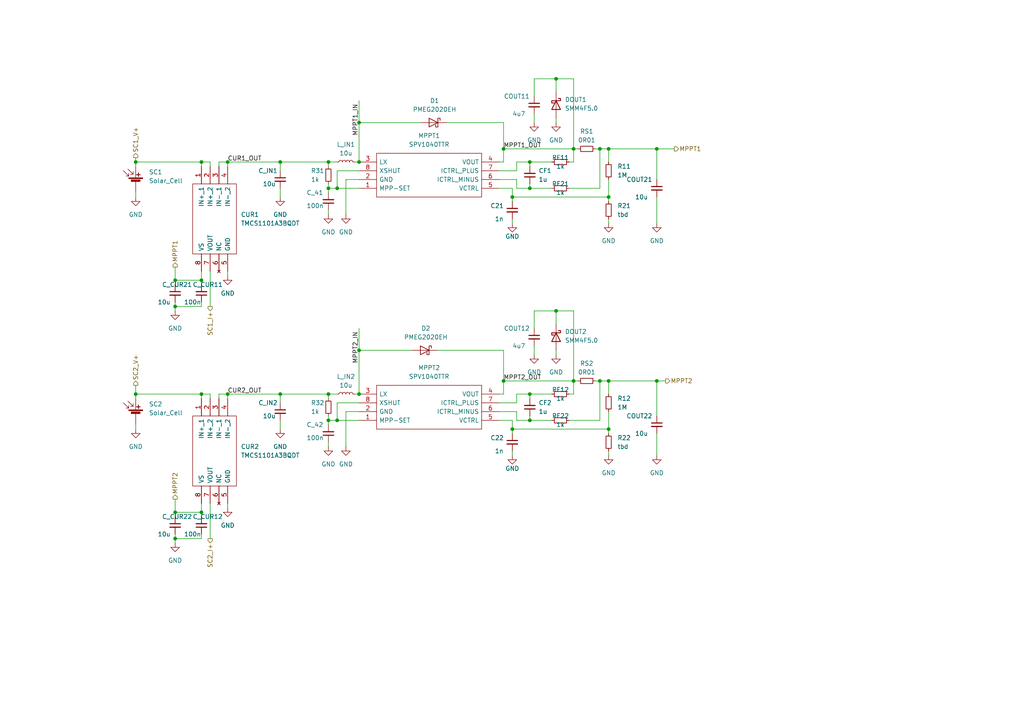
<source format=kicad_sch>
(kicad_sch (version 20211123) (generator eeschema)
  (paper "A4")
  (lib_symbols
    (symbol "Device:C_Small" (pin_numbers hide) (pin_names (offset 0.254) hide)
      (property "Reference" "C" (at 0.254 1.778 0))
      (property "Value" "C_Small" (at 0.254 -2.032 0))
      (symbol "C_Small_0_1"
        (polyline (pts (xy -1.524 -0.508) (xy 1.524 -0.508)) (stroke (width 0.3302)))
        (polyline (pts (xy -1.524 0.508) (xy 1.524 0.508)) (stroke (width 0.3048)))
      )
      (symbol "C_Small_1_1"
        (pin passive line (at 0 2.54 270) (length 2.032) (name "~") (number "1"))
        (pin passive line (at 0 -2.54 90) (length 2.032) (name "~") (number "2"))
      )
    )
    (symbol "Device:D_Schottky" (pin_numbers hide) (pin_names (offset 1.016) hide)
      (property "Reference" "D" (at 0 2.54 0))
      (property "Value" "D_Schottky" (at 0 -2.54 0))
      (symbol "D_Schottky_0_1"
        (polyline (pts (xy 1.27 0) (xy -1.27 0)))
        (polyline (pts (xy 1.27 1.27) (xy 1.27 -1.27) (xy -1.27 0) (xy 1.27 1.27)) (stroke (width 0.254)))
        (polyline (pts (xy -1.905 0.635) (xy -1.905 1.27) (xy -1.27 1.27) (xy -1.27 -1.27) (xy -0.635 -1.27) (xy -0.635 -0.635)) (stroke (width 0.254)))
      )
      (symbol "D_Schottky_1_1"
        (pin passive line (at -3.81 0 0) (length 2.54) (name "K") (number "1"))
        (pin passive line (at 3.81 0 180) (length 2.54) (name "A") (number "2"))
      )
    )
    (symbol "Device:L_Small" (pin_numbers hide) (pin_names (offset 0.254) hide)
      (property "Reference" "L" (at 0.762 1.016 0))
      (property "Value" "L_Small" (at 0.762 -1.016 0))
      (symbol "L_Small_0_1"
        (arc (start 0 -2.032) (mid 0.508 -1.524) (end 0 -1.016))
        (arc (start 0 -1.016) (mid 0.508 -0.508) (end 0 0))
        (arc (start 0 0) (mid 0.508 0.508) (end 0 1.016))
        (arc (start 0 1.016) (mid 0.508 1.524) (end 0 2.032))
      )
      (symbol "L_Small_1_1"
        (pin passive line (at 0 2.54 270) (length 0.508) (name "~") (number "1"))
        (pin passive line (at 0 -2.54 90) (length 0.508) (name "~") (number "2"))
      )
    )
    (symbol "Device:R_Small" (pin_numbers hide) (pin_names (offset 0.254) hide)
      (property "Reference" "R" (at 0.762 0.508 0))
      (property "Value" "R_Small" (at 0.762 -1.016 0))
      (symbol "R_Small_0_1"
        (rectangle (start -0.762 1.778) (end 0.762 -1.778) (stroke (width 0.2032)))
      )
      (symbol "R_Small_1_1"
        (pin passive line (at 0 2.54 270) (length 0.762) (name "~") (number "1"))
        (pin passive line (at 0 -2.54 90) (length 0.762) (name "~") (number "2"))
      )
    )
    (symbol "Device:Solar_Cell" (pin_numbers hide) (pin_names (offset 0) hide)
      (property "Reference" "SC" (at 2.54 2.54 0))
      (property "Value" "Solar_Cell" (at 2.54 0 0))
      (symbol "Solar_Cell_0_1"
        (rectangle (start -2.032 1.778) (end 2.032 1.524) (fill (type outline)))
        (rectangle (start -1.3208 1.1938) (end 1.27 0.6858) (fill (type outline)))
        (polyline (pts (xy -2.032 2.286) (xy -3.556 3.81)))
        (polyline (pts (xy -0.762 2.794) (xy -2.286 4.318)))
        (polyline (pts (xy 0 0.762) (xy 0 0)))
        (polyline (pts (xy 0 1.778) (xy 0 2.54)))
        (polyline (pts (xy 0.254 2.667) (xy 1.27 2.667)) (stroke (width 0.254)))
        (polyline (pts (xy 0.762 3.175) (xy 0.762 2.159)) (stroke (width 0.254)))
        (polyline (pts (xy -2.032 3.048) (xy -2.032 2.286) (xy -2.794 2.286)))
        (polyline (pts (xy -0.762 3.556) (xy -0.762 2.794) (xy -1.524 2.794)))
      )
      (symbol "Solar_Cell_1_1"
        (pin passive line (at 0 5.08 270) (length 2.54) (name "+") (number "1"))
        (pin passive line (at 0 -2.54 90) (length 2.54) (name "-") (number "2"))
      )
    )
    (symbol "Diode:PMEG2020EH" (pin_numbers hide) (pin_names hide)
      (property "Reference" "D" (at 0 2.54 0))
      (property "Value" "PMEG2020EH" (at 0 -2.54 0))
      (symbol "PMEG2020EH_0_1"
        (polyline (pts (xy 1.27 0) (xy -1.27 0)))
        (polyline (pts (xy 1.27 1.27) (xy 1.27 -1.27) (xy -1.27 0) (xy 1.27 1.27)) (stroke (width 0.2032)))
        (polyline (pts (xy -1.905 0.635) (xy -1.905 1.27) (xy -1.27 1.27) (xy -1.27 -1.27) (xy -0.635 -1.27) (xy -0.635 -0.635)) (stroke (width 0.2032)))
      )
      (symbol "PMEG2020EH_1_1"
        (pin passive line (at -3.81 0 0) (length 2.54) (name "K") (number "1"))
        (pin passive line (at 3.81 0 180) (length 2.54) (name "A") (number "2"))
      )
    )
    (symbol "SamacSys:SPV1040TTR" (pin_names (offset 0.762))
      (property "Reference" "IC?" (at 20.32 7.62 0))
      (property "Value" "SPV1040TTR" (at 20.32 5.08 0))
      (symbol "SPV1040TTR_0_0"
        (pin input line (at 0 -7.62 0) (length 5.08) (name "MPP-SET") (number "1"))
        (pin power_in line (at 0 -5.08 0) (length 5.08) (name "GND") (number "2"))
        (pin input line (at 0 0 0) (length 5.08) (name "LX") (number "3"))
        (pin output line (at 40.64 0 180) (length 5.08) (name "VOUT") (number "4"))
        (pin input line (at 40.64 -7.62 180) (length 5.08) (name "VCTRL") (number "5"))
        (pin input line (at 40.64 -5.08 180) (length 5.08) (name "ICTRL_MINUS") (number "6"))
        (pin input line (at 40.64 -2.54 180) (length 5.08) (name "ICTRL_PLUS") (number "7"))
        (pin input line (at 0 -2.54 0) (length 5.08) (name "XSHUT") (number "8"))
      )
      (symbol "SPV1040TTR_0_1"
        (polyline (pts (xy 5.08 2.54) (xy 35.56 2.54) (xy 35.56 -10.16) (xy 5.08 -10.16) (xy 5.08 2.54)) (stroke (width 0.1524)))
      )
    )
    (symbol "SamacSys_Parts:TMCS1101A3BQDT" (pin_names (offset 0.762))
      (property "Reference" "IC" (at 26.67 7.62 0))
      (property "Value" "TMCS1101A3BQDT" (at 26.67 5.08 0))
      (symbol "TMCS1101A3BQDT_0_0"
        (pin passive line (at 0 0 0) (length 5.08) (name "IN+_1") (number "1"))
        (pin passive line (at 0 -2.54 0) (length 5.08) (name "IN+_2") (number "2"))
        (pin passive line (at 0 -5.08 0) (length 5.08) (name "IN-_1") (number "3"))
        (pin passive line (at 0 -7.62 0) (length 5.08) (name "IN-_2") (number "4"))
        (pin passive line (at 30.48 -7.62 180) (length 5.08) (name "GND") (number "5"))
        (pin no_connect line (at 30.48 -5.08 180) (length 5.08) (name "NC") (number "6"))
        (pin passive line (at 30.48 -2.54 180) (length 5.08) (name "VOUT") (number "7"))
        (pin passive line (at 30.48 0 180) (length 5.08) (name "VS") (number "8"))
      )
      (symbol "TMCS1101A3BQDT_0_1"
        (polyline (pts (xy 5.08 2.54) (xy 25.4 2.54) (xy 25.4 -10.16) (xy 5.08 -10.16) (xy 5.08 2.54)) (stroke (width 0.1524)))
      )
    )
    (symbol "power:GND" (power) (pin_names (offset 0))
      (property "Value" "GND" (at 0 -3.81 0))
      (symbol "GND_0_1"
        (polyline (pts (xy 0 0) (xy 0 -1.27) (xy 1.27 -1.27) (xy 0 -2.54) (xy -1.27 -1.27) (xy 0 -1.27)))
      )
      (symbol "GND_1_1"
        (pin power_in line (at 0 0 270) (length 0) hide (name "GND") (number "1"))
      )
    )
  )
  (junction (at 58.42 148.59))
  (junction (at 104.14 46.99))
  (junction (at 166.37 110.49))
  (junction (at 176.53 57.15))
  (junction (at 95.25 121.92))
  (junction (at 97.79 121.92))
  (junction (at 190.5 43.18))
  (junction (at 153.67 46.99))
  (junction (at 146.05 43.18))
  (junction (at 58.42 81.28))
  (junction (at 97.79 54.61))
  (junction (at 166.37 43.18))
  (junction (at 148.59 57.15))
  (junction (at 146.05 110.49))
  (junction (at 58.42 46.99))
  (junction (at 190.5 110.49))
  (junction (at 66.04 46.99))
  (junction (at 173.99 43.18))
  (junction (at 50.8 88.9))
  (junction (at 153.67 114.3))
  (junction (at 104.14 101.6))
  (junction (at 153.67 121.92))
  (junction (at 153.67 54.61))
  (junction (at 39.37 46.99))
  (junction (at 176.53 124.46))
  (junction (at 95.25 46.99))
  (junction (at 50.8 81.28))
  (junction (at 176.53 110.49))
  (junction (at 50.8 148.59))
  (junction (at 58.42 114.3))
  (junction (at 148.59 124.46))
  (junction (at 81.28 114.3))
  (junction (at 104.14 35.56))
  (junction (at 81.28 46.99))
  (junction (at 173.99 110.49))
  (junction (at 66.04 114.3))
  (junction (at 95.25 114.3))
  (junction (at 95.25 54.61))
  (junction (at 161.29 22.86))
  (junction (at 104.14 114.3))
  (junction (at 176.53 43.18))
  (junction (at 39.37 114.3))
  (junction (at 50.8 156.21))
  (junction (at 161.29 90.17))
  (wire (pts (xy 39.37 46.99) (xy 39.37 48.26)))
  (wire (pts (xy 81.28 121.92) (xy 81.28 124.46)))
  (wire (pts (xy 165.1 54.61) (xy 173.99 54.61)))
  (wire (pts (xy 63.5 46.99) (xy 63.5 48.26)))
  (wire (pts (xy 50.8 156.21) (xy 58.42 156.21)))
  (wire (pts (xy 97.79 49.53) (xy 97.79 54.61)))
  (wire (pts (xy 104.14 35.56) (xy 104.14 46.99)))
  (wire (pts (xy 97.79 116.84) (xy 97.79 121.92)))
  (wire (pts (xy 161.29 90.17) (xy 166.37 90.17)))
  (wire (pts (xy 153.67 121.92) (xy 153.67 120.65)))
  (wire (pts (xy 148.59 57.15) (xy 148.59 54.61)))
  (wire (pts (xy 50.8 156.21) (xy 50.8 157.48)))
  (wire (pts (xy 50.8 88.9) (xy 58.42 88.9)))
  (wire (pts (xy 154.94 27.94) (xy 154.94 22.86)))
  (wire (pts (xy 153.67 46.99) (xy 160.02 46.99)))
  (wire (pts (xy 104.14 49.53) (xy 97.79 49.53)))
  (wire (pts (xy 148.59 124.46) (xy 148.59 121.92)))
  (wire (pts (xy 97.79 121.92) (xy 95.25 121.92)))
  (wire (pts (xy 95.25 114.3) (xy 97.79 114.3)))
  (wire (pts (xy 66.04 46.99) (xy 81.28 46.99)))
  (wire (pts (xy 95.25 54.61) (xy 95.25 55.88)))
  (wire (pts (xy 153.67 121.92) (xy 160.02 121.92)))
  (wire (pts (xy 153.67 46.99) (xy 149.86 46.99)))
  (wire (pts (xy 127 101.6) (xy 146.05 101.6)))
  (wire (pts (xy 149.86 54.61) (xy 153.67 54.61)))
  (wire (pts (xy 161.29 34.29) (xy 161.29 35.56)))
  (wire (pts (xy 146.05 35.56) (xy 146.05 43.18)))
  (wire (pts (xy 81.28 116.84) (xy 81.28 114.3)))
  (wire (pts (xy 104.14 119.38) (xy 100.33 119.38)))
  (wire (pts (xy 176.53 124.46) (xy 148.59 124.46)))
  (wire (pts (xy 166.37 114.3) (xy 165.1 114.3)))
  (wire (pts (xy 193.04 110.49) (xy 190.5 110.49)))
  (wire (pts (xy 58.42 114.3) (xy 60.96 114.3)))
  (wire (pts (xy 190.5 110.49) (xy 176.53 110.49)))
  (wire (pts (xy 149.86 119.38) (xy 149.86 121.92)))
  (wire (pts (xy 129.54 35.56) (xy 146.05 35.56)))
  (wire (pts (xy 166.37 43.18) (xy 167.64 43.18)))
  (wire (pts (xy 166.37 22.86) (xy 166.37 43.18)))
  (wire (pts (xy 50.8 81.28) (xy 50.8 82.55)))
  (wire (pts (xy 176.53 43.18) (xy 173.99 43.18)))
  (wire (pts (xy 144.78 52.07) (xy 149.86 52.07)))
  (wire (pts (xy 165.1 121.92) (xy 173.99 121.92)))
  (wire (pts (xy 146.05 43.18) (xy 166.37 43.18)))
  (wire (pts (xy 81.28 49.53) (xy 81.28 46.99)))
  (wire (pts (xy 39.37 111.76) (xy 39.37 114.3)))
  (wire (pts (xy 95.25 114.3) (xy 95.25 115.57)))
  (wire (pts (xy 149.86 114.3) (xy 149.86 116.84)))
  (wire (pts (xy 154.94 33.02) (xy 154.94 35.56)))
  (wire (pts (xy 153.67 54.61) (xy 160.02 54.61)))
  (wire (pts (xy 104.14 121.92) (xy 97.79 121.92)))
  (wire (pts (xy 60.96 114.3) (xy 60.96 115.57)))
  (wire (pts (xy 161.29 22.86) (xy 161.29 26.67)))
  (wire (pts (xy 176.53 114.3) (xy 176.53 110.49)))
  (wire (pts (xy 190.5 125.73) (xy 190.5 132.08)))
  (wire (pts (xy 166.37 110.49) (xy 167.64 110.49)))
  (wire (pts (xy 50.8 148.59) (xy 50.8 149.86)))
  (wire (pts (xy 60.96 46.99) (xy 60.96 48.26)))
  (wire (pts (xy 58.42 78.74) (xy 58.42 81.28)))
  (wire (pts (xy 58.42 154.94) (xy 58.42 156.21)))
  (wire (pts (xy 149.86 49.53) (xy 144.78 49.53)))
  (wire (pts (xy 121.92 35.56) (xy 104.14 35.56)))
  (wire (pts (xy 154.94 95.25) (xy 154.94 90.17)))
  (wire (pts (xy 97.79 54.61) (xy 95.25 54.61)))
  (wire (pts (xy 58.42 87.63) (xy 58.42 88.9)))
  (wire (pts (xy 50.8 87.63) (xy 50.8 88.9)))
  (wire (pts (xy 172.72 110.49) (xy 173.99 110.49)))
  (wire (pts (xy 95.25 54.61) (xy 95.25 53.34)))
  (wire (pts (xy 95.25 128.27) (xy 95.25 129.54)))
  (wire (pts (xy 144.78 119.38) (xy 149.86 119.38)))
  (wire (pts (xy 104.14 101.6) (xy 119.38 101.6)))
  (wire (pts (xy 58.42 146.05) (xy 58.42 148.59)))
  (wire (pts (xy 172.72 43.18) (xy 173.99 43.18)))
  (wire (pts (xy 104.14 101.6) (xy 104.14 114.3)))
  (wire (pts (xy 66.04 78.74) (xy 66.04 80.01)))
  (wire (pts (xy 58.42 46.99) (xy 60.96 46.99)))
  (wire (pts (xy 100.33 52.07) (xy 100.33 62.23)))
  (wire (pts (xy 153.67 114.3) (xy 160.02 114.3)))
  (wire (pts (xy 176.53 52.07) (xy 176.53 57.15)))
  (wire (pts (xy 144.78 54.61) (xy 148.59 54.61)))
  (wire (pts (xy 195.58 43.18) (xy 190.5 43.18)))
  (wire (pts (xy 166.37 110.49) (xy 166.37 114.3)))
  (wire (pts (xy 104.14 95.25) (xy 104.14 101.6)))
  (wire (pts (xy 100.33 119.38) (xy 100.33 129.54)))
  (wire (pts (xy 161.29 22.86) (xy 166.37 22.86)))
  (wire (pts (xy 63.5 114.3) (xy 63.5 115.57)))
  (wire (pts (xy 190.5 57.15) (xy 190.5 64.77)))
  (wire (pts (xy 153.67 115.57) (xy 153.67 114.3)))
  (wire (pts (xy 146.05 46.99) (xy 146.05 43.18)))
  (wire (pts (xy 190.5 110.49) (xy 190.5 120.65)))
  (wire (pts (xy 95.25 46.99) (xy 97.79 46.99)))
  (wire (pts (xy 153.67 54.61) (xy 153.67 53.34)))
  (wire (pts (xy 81.28 114.3) (xy 95.25 114.3)))
  (wire (pts (xy 58.42 148.59) (xy 58.42 149.86)))
  (wire (pts (xy 66.04 114.3) (xy 66.04 115.57)))
  (wire (pts (xy 176.53 46.99) (xy 176.53 43.18)))
  (wire (pts (xy 95.25 60.96) (xy 95.25 62.23)))
  (wire (pts (xy 50.8 144.78) (xy 50.8 148.59)))
  (wire (pts (xy 60.96 146.05) (xy 60.96 156.21)))
  (wire (pts (xy 95.25 121.92) (xy 95.25 120.65)))
  (wire (pts (xy 190.5 43.18) (xy 176.53 43.18)))
  (wire (pts (xy 166.37 90.17) (xy 166.37 110.49)))
  (wire (pts (xy 153.67 48.26) (xy 153.67 46.99)))
  (wire (pts (xy 104.14 116.84) (xy 97.79 116.84)))
  (wire (pts (xy 148.59 132.08) (xy 148.59 130.81)))
  (wire (pts (xy 63.5 114.3) (xy 66.04 114.3)))
  (wire (pts (xy 50.8 148.59) (xy 58.42 148.59)))
  (wire (pts (xy 63.5 46.99) (xy 66.04 46.99)))
  (wire (pts (xy 39.37 45.72) (xy 39.37 46.99)))
  (wire (pts (xy 176.53 130.81) (xy 176.53 132.08)))
  (wire (pts (xy 190.5 43.18) (xy 190.5 52.07)))
  (wire (pts (xy 104.14 54.61) (xy 97.79 54.61)))
  (wire (pts (xy 39.37 123.19) (xy 39.37 124.46)))
  (wire (pts (xy 176.53 125.73) (xy 176.53 124.46)))
  (wire (pts (xy 104.14 52.07) (xy 100.33 52.07)))
  (wire (pts (xy 66.04 46.99) (xy 66.04 48.26)))
  (wire (pts (xy 58.42 81.28) (xy 58.42 82.55)))
  (wire (pts (xy 161.29 101.6) (xy 161.29 102.87)))
  (wire (pts (xy 146.05 110.49) (xy 166.37 110.49)))
  (wire (pts (xy 39.37 114.3) (xy 58.42 114.3)))
  (wire (pts (xy 95.25 121.92) (xy 95.25 123.19)))
  (wire (pts (xy 149.86 116.84) (xy 144.78 116.84)))
  (wire (pts (xy 50.8 77.47) (xy 50.8 81.28)))
  (wire (pts (xy 154.94 22.86) (xy 161.29 22.86)))
  (wire (pts (xy 39.37 46.99) (xy 58.42 46.99)))
  (wire (pts (xy 149.86 121.92) (xy 153.67 121.92)))
  (wire (pts (xy 66.04 114.3) (xy 81.28 114.3)))
  (wire (pts (xy 146.05 101.6) (xy 146.05 110.49)))
  (wire (pts (xy 176.53 119.38) (xy 176.53 124.46)))
  (wire (pts (xy 58.42 46.99) (xy 58.42 48.26)))
  (wire (pts (xy 176.53 57.15) (xy 148.59 57.15)))
  (wire (pts (xy 50.8 88.9) (xy 50.8 90.17)))
  (wire (pts (xy 149.86 46.99) (xy 149.86 49.53)))
  (wire (pts (xy 95.25 46.99) (xy 95.25 48.26)))
  (wire (pts (xy 81.28 54.61) (xy 81.28 57.15)))
  (wire (pts (xy 60.96 78.74) (xy 60.96 88.9)))
  (wire (pts (xy 148.59 124.46) (xy 148.59 125.73)))
  (wire (pts (xy 148.59 64.77) (xy 148.59 63.5)))
  (wire (pts (xy 176.53 63.5) (xy 176.53 64.77)))
  (wire (pts (xy 144.78 46.99) (xy 146.05 46.99)))
  (wire (pts (xy 173.99 110.49) (xy 173.99 121.92)))
  (wire (pts (xy 102.87 114.3) (xy 104.14 114.3)))
  (wire (pts (xy 58.42 114.3) (xy 58.42 115.57)))
  (wire (pts (xy 161.29 90.17) (xy 161.29 93.98)))
  (wire (pts (xy 176.53 110.49) (xy 173.99 110.49)))
  (wire (pts (xy 166.37 46.99) (xy 165.1 46.99)))
  (wire (pts (xy 146.05 114.3) (xy 146.05 110.49)))
  (wire (pts (xy 153.67 114.3) (xy 149.86 114.3)))
  (wire (pts (xy 39.37 55.88) (xy 39.37 57.15)))
  (wire (pts (xy 154.94 100.33) (xy 154.94 102.87)))
  (wire (pts (xy 148.59 57.15) (xy 148.59 58.42)))
  (wire (pts (xy 144.78 114.3) (xy 146.05 114.3)))
  (wire (pts (xy 104.14 29.21) (xy 104.14 35.56)))
  (wire (pts (xy 144.78 121.92) (xy 148.59 121.92)))
  (wire (pts (xy 66.04 146.05) (xy 66.04 147.32)))
  (wire (pts (xy 50.8 154.94) (xy 50.8 156.21)))
  (wire (pts (xy 50.8 81.28) (xy 58.42 81.28)))
  (wire (pts (xy 39.37 114.3) (xy 39.37 115.57)))
  (wire (pts (xy 102.87 46.99) (xy 104.14 46.99)))
  (wire (pts (xy 176.53 58.42) (xy 176.53 57.15)))
  (wire (pts (xy 149.86 52.07) (xy 149.86 54.61)))
  (wire (pts (xy 166.37 43.18) (xy 166.37 46.99)))
  (wire (pts (xy 81.28 46.99) (xy 95.25 46.99)))
  (wire (pts (xy 154.94 90.17) (xy 161.29 90.17)))
  (wire (pts (xy 173.99 43.18) (xy 173.99 54.61)))
  (label "CUR1_OUT" (at 66.04 46.99 0))
  (label "CUR2_OUT" (at 66.04 114.3 0))
  (label "MPPT1_OUT" (at 146.05 43.18 0))
  (label "MPPT2_OUT" (at 146.05 110.49 0))
  (label "MPPT2_IN" (at 104.14 105.41 90))
  (label "MPPT1_IN" (at 104.14 39.37 90))
  (hierarchical_label "MPPT1" (shape output) (at 50.8 77.47 90))
  (hierarchical_label "SC2_V+" (shape output) (at 39.37 111.76 90))
  (hierarchical_label "SC2_I+" (shape output) (at 60.96 156.21 270))
  (hierarchical_label "SC1_I+" (shape output) (at 60.96 88.9 270))
  (hierarchical_label "SC1_V+" (shape output) (at 39.37 45.72 90))
  (hierarchical_label "MPPT2" (shape output) (at 50.8 144.78 90))
  (hierarchical_label "MPPT2" (shape output) (at 193.04 110.49 0))
  (hierarchical_label "MPPT1" (shape output) (at 195.58 43.18 0))
  (symbol (lib_id "Device:R_Small") (at 170.18 43.18 270) (unit 1)
    (property "Reference" "RS1" (at 170.18 38.1 90))
    (property "Value" "0R01" (at 170.18 40.64 90))
    (property "Footprint" "Resistor_SMD:R_0603_1608Metric" (effects hide))
  )
  (symbol (lib_id "Device:L_Small") (at 100.33 114.3 90) (unit 1)
    (property "Reference" "L_IN2" (at 100.33 109.22 90))
    (property "Value" "10u" (at 100.33 111.76 90))
    (property "Footprint" "SamacSys:INDPM5650X530N" (effects hide))
  )
  (symbol (lib_id "power:GND") (at 161.29 102.87 0) (unit 1)
    (property "Reference" "#PWR017" (effects hide))
    (property "Value" "GND" (at 161.29 107.95 0))
  )
  (symbol (lib_id "Device:C_Small") (at 58.42 152.4 180) (unit 1)
    (property "Reference" "C_CUR12" (at 55.88 149.86 0) (effects (justify right)))
    (property "Value" "100n" (at 53.34 154.94 0) (effects (justify right)))
    (property "Footprint" "Capacitor_SMD:C_0603_1608Metric" (effects hide))
  )
  (symbol (lib_id "Device:C_Small") (at 148.59 60.96 0) (unit 1)
    (property "Reference" "C21" (at 142.24 59.69 0) (effects (justify left)))
    (property "Value" "1n" (at 143.51 63.5 0) (effects (justify left)))
    (property "Footprint" "Capacitor_SMD:C_0603_1608Metric" (effects hide))
  )
  (symbol (lib_id "power:GND") (at 81.28 124.46 0) (unit 1)
    (property "Reference" "#PWR09" (effects hide))
    (property "Value" "GND" (at 81.28 129.54 0))
  )
  (symbol (lib_id "Device:C_Small") (at 190.5 54.61 0) (unit 1)
    (property "Reference" "COUT21" (at 189.23 52.07 0) (effects (justify right)))
    (property "Value" "10u" (at 187.96 57.15 0) (effects (justify right)))
    (property "Footprint" "Capacitor_SMD:C_0603_1608Metric" (effects hide))
  )
  (symbol (lib_id "Device:C_Small") (at 190.5 123.19 0) (unit 1)
    (property "Reference" "COUT22" (at 189.23 120.65 0) (effects (justify right)))
    (property "Value" "10u" (at 187.96 125.73 0) (effects (justify right)))
    (property "Footprint" "Capacitor_SMD:C_0603_1608Metric" (effects hide))
  )
  (symbol (lib_id "power:GND") (at 95.25 62.23 0) (unit 1)
    (property "Reference" "#PWR010" (effects hide))
    (property "Value" "GND" (at 95.25 67.31 0))
  )
  (symbol (lib_id "power:GND") (at 190.5 132.08 0) (unit 1)
    (property "Reference" "#PWR0110" (effects hide))
    (property "Value" "GND" (at 190.5 137.16 0))
  )
  (symbol (lib_id "Device:Solar_Cell") (at 39.37 120.65 0) (unit 1)
    (property "Reference" "SC2" (at 43.18 117.2209 0) (effects (justify left)))
    (property "Value" "Solar_Cell" (at 43.18 119.7609 0) (effects (justify left)))
    (property "Footprint" "USER_Activ:3G30A_40x80" (effects hide))
  )
  (symbol (lib_id "Device:R_Small") (at 176.53 60.96 180) (unit 1)
    (property "Reference" "R21" (at 179.07 59.6899 0) (effects (justify right)))
    (property "Value" "tbd" (at 179.07 62.2299 0) (effects (justify right)))
    (property "Footprint" "Resistor_SMD:R_0603_1608Metric" (effects hide))
  )
  (symbol (lib_id "power:GND") (at 176.53 132.08 0) (unit 1)
    (property "Reference" "#PWR018" (effects hide))
    (property "Value" "GND" (at 176.53 137.16 0))
  )
  (symbol (lib_id "power:GND") (at 95.25 129.54 0) (unit 1)
    (property "Reference" "#PWR011" (effects hide))
    (property "Value" "GND" (at 95.25 134.62 0))
  )
  (symbol (lib_id "Device:C_Small") (at 81.28 119.38 0) (unit 1)
    (property "Reference" "C_IN2" (at 74.93 116.84 0) (effects (justify left)))
    (property "Value" "10u" (at 76.2 120.65 0) (effects (justify left)))
    (property "Footprint" "Capacitor_SMD:C_0603_1608Metric" (effects hide))
  )
  (symbol (lib_id "Device:R_Small") (at 176.53 49.53 180) (unit 1)
    (property "Reference" "R11" (at 179.07 48.2599 0) (effects (justify right)))
    (property "Value" "1M" (at 179.07 50.7999 0) (effects (justify right)))
    (property "Footprint" "Resistor_SMD:R_0603_1608Metric" (effects hide))
  )
  (symbol (lib_id "Device:R_Small") (at 95.25 50.8 180) (unit 1)
    (property "Reference" "R31" (at 90.17 49.53 0) (effects (justify right)))
    (property "Value" "1k" (at 90.17 52.07 0) (effects (justify right)))
    (property "Footprint" "Resistor_SMD:R_0603_1608Metric" (effects hide))
  )
  (symbol (lib_id "Device:R_Small") (at 170.18 110.49 270) (unit 1)
    (property "Reference" "RS2" (at 170.18 105.41 90))
    (property "Value" "0R01" (at 170.18 107.95 90))
    (property "Footprint" "Resistor_SMD:R_0603_1608Metric" (effects hide))
  )
  (symbol (lib_id "Device:C_Small") (at 154.94 97.79 0) (unit 1)
    (property "Reference" "COUT12" (at 153.67 95.25 0) (effects (justify right)))
    (property "Value" "4u7" (at 152.4 100.33 0) (effects (justify right)))
    (property "Footprint" "Capacitor_SMD:C_0603_1608Metric" (effects hide))
  )
  (symbol (lib_id "power:GND") (at 39.37 57.15 0) (unit 1)
    (property "Reference" "#PWR0108" (effects hide))
    (property "Value" "GND" (at 39.37 62.23 0))
  )
  (symbol (lib_id "Diode:PMEG2020EH") (at 123.19 101.6 0) (mirror y) (unit 1)
    (property "Reference" "D2" (at 123.5075 95.25 0))
    (property "Value" "PMEG2020EH" (at 123.5075 97.79 0))
    (property "Footprint" "Diode_SMD:D_SOD-123F" (effects hide))
    (property "Datasheet" "https://assets.nexperia.com/documents/data-sheet/PMEG2020EH_EJ.pdf" (effects hide))
  )
  (symbol (lib_id "power:GND") (at 66.04 80.01 0) (unit 1)
    (property "Reference" "#PWR07" (effects hide))
    (property "Value" "GND" (at 66.04 85.09 0))
  )
  (symbol (lib_id "Device:D_Schottky") (at 161.29 97.79 270) (unit 1)
    (property "Reference" "DOUT2" (at 163.83 96.2024 90) (effects (justify left)))
    (property "Value" "SMM4F5.0" (at 163.83 98.7424 90) (effects (justify left)))
    (property "Footprint" "SamacSys:STMITE" (effects hide))
  )
  (symbol (lib_id "SamacSys:SPV1040TTR") (at 104.14 46.99 0) (unit 1)
    (property "Reference" "MPPT1" (at 124.46 39.37 0))
    (property "Value" "SPV1040TTR" (at 124.46 41.91 0))
    (property "Footprint" "SamacSys:SOP65P640X120-8N" (effects hide))
    (property "Description" "Switching Voltage Regulators Hi Eff Solar Charger MPPT 0.3V to 5.5V" (effects hide))
    (property "Height" "1.2" (effects hide))
    (property "Mouser Part Number" "511-SPV1040TTR" (effects hide))
    (property "Mouser Price/Stock" "https://www.mouser.co.uk/ProductDetail/STMicroelectronics/SPV1040TTR?qs=AHLdMMsI%252Bhr%2Fj5DYN1qCwQ%3D%3D" (effects hide))
    (property "Manufacturer_Name" "STMicroelectronics" (effects hide))
    (property "Manufacturer_Part_Number" "SPV1040TTR" (effects hide))
  )
  (symbol (lib_id "Device:R_Small") (at 162.56 46.99 270) (unit 1)
    (property "Reference" "RF11" (at 162.56 45.72 90))
    (property "Value" "1k" (at 162.56 48.26 90))
    (property "Footprint" "Resistor_SMD:R_0603_1608Metric" (effects hide))
  )
  (symbol (lib_id "power:GND") (at 154.94 35.56 0) (unit 1)
    (property "Reference" "#PWR014" (effects hide))
    (property "Value" "GND" (at 154.94 40.64 0))
  )
  (symbol (lib_id "Device:C_Small") (at 81.28 52.07 0) (unit 1)
    (property "Reference" "C_IN1" (at 74.93 49.53 0) (effects (justify left)))
    (property "Value" "10u" (at 76.2 53.34 0) (effects (justify left)))
    (property "Footprint" "Capacitor_SMD:C_0603_1608Metric" (effects hide))
  )
  (symbol (lib_id "power:GND") (at 190.5 64.77 0) (unit 1)
    (property "Reference" "#PWR0109" (effects hide))
    (property "Value" "GND" (at 190.5 69.85 0))
  )
  (symbol (lib_id "Device:C_Small") (at 154.94 30.48 0) (unit 1)
    (property "Reference" "COUT11" (at 153.67 27.94 0) (effects (justify right)))
    (property "Value" "4u7" (at 152.4 33.02 0) (effects (justify right)))
    (property "Footprint" "Capacitor_SMD:C_0603_1608Metric" (effects hide))
  )
  (symbol (lib_id "power:GND") (at 148.59 132.08 0) (unit 1)
    (property "Reference" "#PWR013" (effects hide))
    (property "Value" "GND" (at 148.59 135.89 0))
  )
  (symbol (lib_id "Device:R_Small") (at 162.56 54.61 270) (unit 1)
    (property "Reference" "RF21" (at 162.56 53.34 90))
    (property "Value" "1k" (at 162.56 55.88 90))
    (property "Footprint" "Resistor_SMD:R_0603_1608Metric" (effects hide))
  )
  (symbol (lib_id "SamacSys_Parts:TMCS1101A3BQDT") (at 58.42 48.26 90) (mirror x) (unit 1)
    (property "Reference" "CUR1" (at 69.85 62.2299 90) (effects (justify right)))
    (property "Value" "TMCS1101A3BQDT" (at 69.85 64.7699 90) (effects (justify right)))
    (property "Footprint" "SOIC127P600X175-8N" (effects hide))
    (property "Datasheet" "http://www.ti.com/general/docs/lit/getliterature.tsp?genericPartNumber=TMCS1101&fileType=pdf" (effects hide))
    (property "Description" "Board Mount Current Sensors Precision isolated current sensor with internal reference 8-SOIC -40 to 125" (effects hide))
    (property "Height" "1.75" (effects hide))
    (property "Mouser Part Number" "595-TMCS1101A3BQDT" (effects hide))
    (property "Mouser Price/Stock" "https://www.mouser.co.uk/ProductDetail/Texas-Instruments/TMCS1101A3BQDT?qs=sPbYRqrBIVlcEjfuuH8LqA%3D%3D" (effects hide))
    (property "Manufacturer_Name" "Texas Instruments" (effects hide))
    (property "Manufacturer_Part_Number" "TMCS1101A3BQDT" (effects hide))
  )
  (symbol (lib_id "Device:R_Small") (at 176.53 128.27 180) (unit 1)
    (property "Reference" "R22" (at 179.07 126.9999 0) (effects (justify right)))
    (property "Value" "tbd" (at 179.07 129.5399 0) (effects (justify right)))
    (property "Footprint" "Resistor_SMD:R_0603_1608Metric" (effects hide))
  )
  (symbol (lib_id "Device:C_Small") (at 153.67 50.8 180) (unit 1)
    (property "Reference" "CF1" (at 156.21 49.5235 0) (effects (justify right)))
    (property "Value" "1u" (at 156.21 52.0635 0) (effects (justify right)))
    (property "Footprint" "Capacitor_SMD:C_0603_1608Metric" (effects hide))
  )
  (symbol (lib_id "Device:C_Small") (at 153.67 118.11 180) (unit 1)
    (property "Reference" "CF2" (at 156.21 116.8335 0) (effects (justify right)))
    (property "Value" "1u" (at 156.21 119.3735 0) (effects (justify right)))
    (property "Footprint" "Capacitor_SMD:C_0603_1608Metric" (effects hide))
  )
  (symbol (lib_id "power:GND") (at 39.37 124.46 0) (unit 1)
    (property "Reference" "#PWR0107" (effects hide))
    (property "Value" "GND" (at 39.37 129.54 0))
  )
  (symbol (lib_id "Device:C_Small") (at 50.8 152.4 0) (mirror y) (unit 1)
    (property "Reference" "C_CUR22" (at 46.99 149.86 0) (effects (justify right)))
    (property "Value" "10u" (at 45.72 154.94 0) (effects (justify right)))
    (property "Footprint" "Capacitor_SMD:C_0603_1608Metric" (effects hide))
  )
  (symbol (lib_id "Device:C_Small") (at 95.25 58.42 180) (unit 1)
    (property "Reference" "C_41" (at 88.9 55.88 0) (effects (justify right)))
    (property "Value" "100n" (at 88.9 59.69 0) (effects (justify right)))
    (property "Footprint" "Capacitor_SMD:C_0603_1608Metric" (effects hide))
  )
  (symbol (lib_id "power:GND") (at 154.94 102.87 0) (unit 1)
    (property "Reference" "#PWR015" (effects hide))
    (property "Value" "GND" (at 154.94 107.95 0))
  )
  (symbol (lib_id "power:GND") (at 66.04 147.32 0) (unit 1)
    (property "Reference" "#PWR08" (effects hide))
    (property "Value" "GND" (at 66.04 152.4 0))
  )
  (symbol (lib_id "Device:R_Small") (at 162.56 114.3 270) (unit 1)
    (property "Reference" "RF12" (at 162.56 113.03 90))
    (property "Value" "1k" (at 162.56 115.57 90))
    (property "Footprint" "Resistor_SMD:R_0603_1608Metric" (effects hide))
  )
  (symbol (lib_id "Device:C_Small") (at 50.8 85.09 0) (mirror y) (unit 1)
    (property "Reference" "C_CUR21" (at 46.99 82.55 0) (effects (justify right)))
    (property "Value" "10u" (at 45.72 87.63 0) (effects (justify right)))
    (property "Footprint" "Capacitor_SMD:C_0603_1608Metric" (effects hide))
  )
  (symbol (lib_id "SamacSys_Parts:TMCS1101A3BQDT") (at 58.42 115.57 90) (mirror x) (unit 1)
    (property "Reference" "CUR2" (at 69.85 129.5399 90) (effects (justify right)))
    (property "Value" "TMCS1101A3BQDT" (at 69.85 132.0799 90) (effects (justify right)))
    (property "Footprint" "SOIC127P600X175-8N" (effects hide))
    (property "Datasheet" "http://www.ti.com/general/docs/lit/getliterature.tsp?genericPartNumber=TMCS1101&fileType=pdf" (effects hide))
    (property "Description" "Board Mount Current Sensors Precision isolated current sensor with internal reference 8-SOIC -40 to 125" (effects hide))
    (property "Height" "1.75" (effects hide))
    (property "Mouser Part Number" "595-TMCS1101A3BQDT" (effects hide))
    (property "Mouser Price/Stock" "https://www.mouser.co.uk/ProductDetail/Texas-Instruments/TMCS1101A3BQDT?qs=sPbYRqrBIVlcEjfuuH8LqA%3D%3D" (effects hide))
    (property "Manufacturer_Name" "Texas Instruments" (effects hide))
    (property "Manufacturer_Part_Number" "TMCS1101A3BQDT" (effects hide))
  )
  (symbol (lib_id "Device:L_Small") (at 100.33 46.99 90) (unit 1)
    (property "Reference" "L_IN1" (at 100.33 41.91 90))
    (property "Value" "10u" (at 100.33 44.45 90))
    (property "Footprint" "SamacSys:INDPM5650X530N" (effects hide))
  )
  (symbol (lib_id "Device:R_Small") (at 95.25 118.11 180) (unit 1)
    (property "Reference" "R32" (at 90.17 116.84 0) (effects (justify right)))
    (property "Value" "1k" (at 90.17 119.38 0) (effects (justify right)))
    (property "Footprint" "Resistor_SMD:R_0603_1608Metric" (effects hide))
  )
  (symbol (lib_id "power:GND") (at 50.8 90.17 0) (unit 1)
    (property "Reference" "#PWR01" (effects hide))
    (property "Value" "GND" (at 50.8 95.25 0))
  )
  (symbol (lib_id "Device:D_Schottky") (at 161.29 30.48 270) (unit 1)
    (property "Reference" "DOUT1" (at 163.83 28.8924 90) (effects (justify left)))
    (property "Value" "SMM4F5.0" (at 163.83 31.4324 90) (effects (justify left)))
    (property "Footprint" "SamacSys:STMITE" (effects hide))
  )
  (symbol (lib_id "power:GND") (at 176.53 64.77 0) (unit 1)
    (property "Reference" "#PWR0104" (effects hide))
    (property "Value" "GND" (at 176.53 69.85 0))
  )
  (symbol (lib_id "Device:C_Small") (at 148.59 128.27 0) (unit 1)
    (property "Reference" "C22" (at 142.24 127 0) (effects (justify left)))
    (property "Value" "1n" (at 143.51 130.81 0) (effects (justify left)))
    (property "Footprint" "Capacitor_SMD:C_0603_1608Metric" (effects hide))
  )
  (symbol (lib_id "Device:C_Small") (at 58.42 85.09 180) (unit 1)
    (property "Reference" "C_CUR11" (at 55.88 82.55 0) (effects (justify right)))
    (property "Value" "100n" (at 53.34 87.63 0) (effects (justify right)))
    (property "Footprint" "Capacitor_SMD:C_0603_1608Metric" (effects hide))
  )
  (symbol (lib_id "power:GND") (at 81.28 57.15 0) (unit 1)
    (property "Reference" "#PWR0106" (effects hide))
    (property "Value" "GND" (at 81.28 62.23 0))
  )
  (symbol (lib_id "power:GND") (at 100.33 129.54 0) (unit 1)
    (property "Reference" "#PWR012" (effects hide))
    (property "Value" "GND" (at 100.33 134.62 0))
  )
  (symbol (lib_id "Device:R_Small") (at 176.53 116.84 180) (unit 1)
    (property "Reference" "R12" (at 179.07 115.5699 0) (effects (justify right)))
    (property "Value" "1M" (at 179.07 118.1099 0) (effects (justify right)))
    (property "Footprint" "Resistor_SMD:R_0603_1608Metric" (effects hide))
  )
  (symbol (lib_id "power:GND") (at 148.59 64.77 0) (unit 1)
    (property "Reference" "#PWR0103" (effects hide))
    (property "Value" "GND" (at 148.59 68.58 0))
  )
  (symbol (lib_id "Device:Solar_Cell") (at 39.37 53.34 0) (unit 1)
    (property "Reference" "SC1" (at 43.18 49.9109 0) (effects (justify left)))
    (property "Value" "Solar_Cell" (at 43.18 52.4509 0) (effects (justify left)))
    (property "Footprint" "USER_Activ:3G30A_40x80" (effects hide))
  )
  (symbol (lib_id "power:GND") (at 100.33 62.23 0) (unit 1)
    (property "Reference" "#PWR0105" (effects hide))
    (property "Value" "GND" (at 100.33 67.31 0))
  )
  (symbol (lib_id "Device:R_Small") (at 162.56 121.92 270) (unit 1)
    (property "Reference" "RF22" (at 162.56 120.65 90))
    (property "Value" "1k" (at 162.56 123.19 90))
    (property "Footprint" "Resistor_SMD:R_0603_1608Metric" (effects hide))
  )
  (symbol (lib_id "Device:C_Small") (at 95.25 125.73 180) (unit 1)
    (property "Reference" "C_42" (at 88.9 123.19 0) (effects (justify right)))
    (property "Value" "100n" (at 88.9 127 0) (effects (justify right)))
    (property "Footprint" "Capacitor_SMD:C_0603_1608Metric" (effects hide))
  )
  (symbol (lib_id "power:GND") (at 50.8 157.48 0) (unit 1)
    (property "Reference" "#PWR06" (effects hide))
    (property "Value" "GND" (at 50.8 162.56 0))
  )
  (symbol (lib_id "power:GND") (at 161.29 35.56 0) (unit 1)
    (property "Reference" "#PWR016" (effects hide))
    (property "Value" "GND" (at 161.29 40.64 0))
  )
  (symbol (lib_id "Diode:PMEG2020EH") (at 125.73 35.56 0) (mirror y) (unit 1)
    (property "Reference" "D1" (at 126.0475 29.21 0))
    (property "Value" "PMEG2020EH" (at 126.0475 31.75 0))
    (property "Footprint" "Diode_SMD:D_SOD-123F" (effects hide))
    (property "Datasheet" "https://assets.nexperia.com/documents/data-sheet/PMEG2020EH_EJ.pdf" (effects hide))
  )
  (symbol (lib_id "SamacSys:SPV1040TTR") (at 104.14 114.3 0) (unit 1)
    (property "Reference" "MPPT2" (at 124.46 106.68 0))
    (property "Value" "SPV1040TTR" (at 124.46 109.22 0))
    (property "Footprint" "SamacSys:SOP65P640X120-8N" (effects hide))
    (property "Description" "Switching Voltage Regulators Hi Eff Solar Charger MPPT 0.3V to 5.5V" (effects hide))
    (property "Height" "1.2" (effects hide))
    (property "Mouser Part Number" "511-SPV1040TTR" (effects hide))
    (property "Mouser Price/Stock" "https://www.mouser.co.uk/ProductDetail/STMicroelectronics/SPV1040TTR?qs=AHLdMMsI%252Bhr%2Fj5DYN1qCwQ%3D%3D" (effects hide))
    (property "Manufacturer_Name" "STMicroelectronics" (effects hide))
    (property "Manufacturer_Part_Number" "SPV1040TTR" (effects hide))
  )
)
</source>
